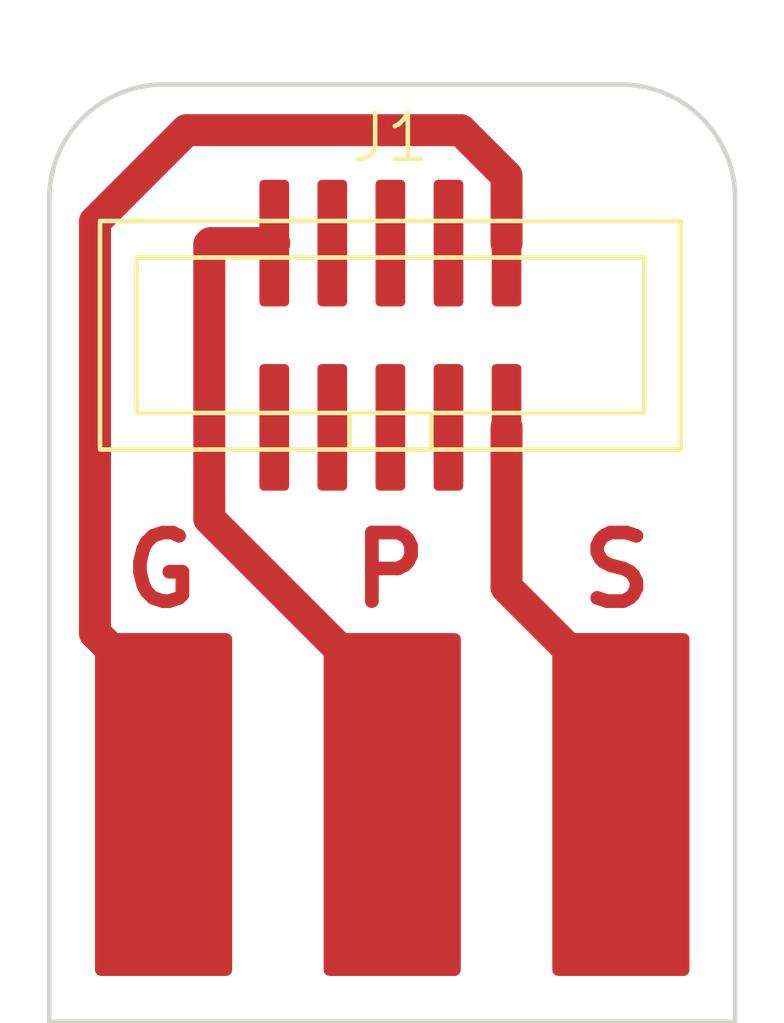
<source format=kicad_pcb>
(kicad_pcb (version 20221018) (generator pcbnew)
  (layers (0 "F.Cu" signal) (31 "B.Cu" signal) (34 "B.Paste" user) (35 "F.Paste" user) (36 "B.SilkS" user "B.Silkscreen") (37 "F.SilkS" user "F.Silkscreen") (38 "B.Mask" user) (39 "F.Mask" user) (44 "Edge.Cuts" user))
  (net 0 "")
  (net 2 "+5V")
  (net 9 "GND")
  (net 10 "/S")
  (footprint "Library:3220-10-0300-00" (layer "F.Cu") (at 142.46 82.985)
    (fp_text reference "J1" (at 0 -4.318 unlocked) (layer "F.SilkS") (effects (font (thickness 0.1))))
    (fp_text value "Conn_02x05_Odd_Even")
    (fp_rect (start -0.889 1.7) (end 0.889 2.5) (stroke (width 0.1)) (fill none) (layer "F.SilkS"))
    (fp_rect (start 5.55 1.7) (end -5.55 -1.7) (stroke (width 0.1)) (fill none) (layer "F.SilkS"))
    (fp_rect (start 6.35 2.5) (end -6.35 -2.5) (stroke (width 0.1)) (fill none) (layer "F.SilkS"))
    (pad "1" smd roundrect (at -2.54 2.015) (size 0.65 2.77) (layers "F.Cu" "F.Paste" "F.Mask") (roundrect_rratio 0.15))
    (pad "2" smd roundrect (at -2.54 -2.015) (size 0.65 2.77) (layers "F.Cu" "F.Paste" "F.Mask") (roundrect_rratio 0.15) (net 2 "+5V"))
    (pad "3" smd roundrect (at -1.27 2.015) (size 0.65 2.77) (layers "F.Cu" "F.Paste" "F.Mask") (roundrect_rratio 0.15))
    (pad "4" smd roundrect (at -1.27 -2.015) (size 0.65 2.77) (layers "F.Cu" "F.Paste" "F.Mask") (roundrect_rratio 0.15))
    (pad "5" smd roundrect (at 0 2.015) (size 0.65 2.77) (layers "F.Cu" "F.Paste" "F.Mask") (roundrect_rratio 0.15))
    (pad "6" smd roundrect (at 0 -2.015) (size 0.65 2.77) (layers "F.Cu" "F.Paste" "F.Mask") (roundrect_rratio 0.15))
    (pad "7" smd roundrect (at 1.27 2.015) (size 0.65 2.77) (layers "F.Cu" "F.Paste" "F.Mask") (roundrect_rratio 0.15))
    (pad "8" smd roundrect (at 1.27 -2.015) (size 0.65 2.77) (layers "F.Cu" "F.Paste" "F.Mask") (roundrect_rratio 0.15))
    (pad "9" smd roundrect (at 2.54 2.015) (size 0.65 2.77) (layers "F.Cu" "F.Paste" "F.Mask") (roundrect_rratio 0.15) (net 10 "/S"))
    (pad "10" smd roundrect (at 2.54 -2.015) (size 0.65 2.77) (layers "F.Cu" "F.Paste" "F.Mask") (roundrect_rratio 0.15) (net 9 "GND"))
  )
  (gr_line (start 135 80) (end 135 98) (stroke (width 0.1)) (layer "Edge.Cuts"))
  (gr_line (start 150 98) (end 150 80) (stroke (width 0.1)) (layer "Edge.Cuts"))
  (gr_line (start 135 98) (end 150 98) (stroke (width 0.1)) (layer "Edge.Cuts"))
  (gr_arc (start 135 80) (mid 135.732233 78.232233) (end 137.5 77.5) (stroke (width 0.1)) (layer "Edge.Cuts"))
  (gr_arc (start 147.5 77.5) (mid 149.267767 78.232233) (end 150 80) (stroke (width 0.1)) (layer "Edge.Cuts"))
  (gr_line (start 147.5 77.5) (end 137.5 77.5) (stroke (width 0.1)) (layer "Edge.Cuts"))
  (gr_text "P" (at 141.5 89) (layer "F.Cu") (effects (font (size 1.5 1.5) (thickness 0.3) bold) (justify left bottom)))
  (gr_text "S" (at 146.5 89) (layer "F.Cu") (effects (font (size 1.5 1.5) (thickness 0.3) bold) (justify left bottom)))
  (gr_text "G" (at 136.5 89) (layer "F.Cu") (effects (font (size 1.5 1.5) (thickness 0.3) bold) (justify left bottom)))
  (segment (start 138.5 81) (end 138.5 87) (width 0.7) (layer "F.Cu") (net 2))
  (segment (start 138.53 80.97) (end 138.5 81) (width 0.7) (layer "F.Cu") (net 2))
  (segment (start 139.92 80.97) (end 138.53 80.97) (width 0.7) (layer "F.Cu") (net 2))
  (segment (start 142.5 91) (end 142.5 92) (width 0.7) (layer "F.Cu") (net 2))
  (segment (start 138.5 87) (end 142.5 91) (width 0.7) (layer "F.Cu") (net 2))
  (segment (start 145 80.97) (end 145 79.5) (width 0.7) (layer "F.Cu") (net 9))
  (segment (start 145 79.5) (end 144 78.5) (width 0.7) (layer "F.Cu") (net 9))
  (segment (start 138 78.5) (end 136 80.5) (width 0.7) (layer "F.Cu") (net 9))
  (segment (start 136 89.5) (end 137.5 91) (width 0.7) (layer "F.Cu") (net 9))
  (segment (start 144 78.5) (end 138 78.5) (width 0.7) (layer "F.Cu") (net 9))
  (segment (start 136 80.5) (end 136 89.5) (width 0.7) (layer "F.Cu") (net 9))
  (segment (start 137.5 91) (end 137.5 92) (width 0.7) (layer "F.Cu") (net 9))
  (segment (start 145 88.5) (end 147.5 91) (width 0.7) (layer "F.Cu") (net 10))
  (segment (start 147.5 91) (end 147.5 92) (width 0.7) (layer "F.Cu") (net 10))
  (segment (start 145 85) (end 145 88.5) (width 0.7) (layer "F.Cu") (net 10))
  (zone (net 2) (net_name "+5V") (layer "F.Cu") (priority 1) (connect_pads (clearance 0.5)) (min_thickness 0.25) (fill yes (thermal_gap 0.5) (thermal_bridge_width 0.5))
    (polygon (pts (xy 141 89.5) (xy 141 97) (xy 144 97) (xy 144 89.5)))
  )
  (zone (net 9) (net_name "GND") (layer "F.Cu") (priority 2) (connect_pads (clearance 0.5)) (min_thickness 0.25) (fill yes (thermal_gap 0.5) (thermal_bridge_width 0.5))
    (polygon (pts (xy 136 89.5) (xy 136 97) (xy 139 97) (xy 139 89.5)))
  )
  (zone (net 10) (net_name "/S") (layer "F.Cu") (connect_pads (clearance 0.5)) (min_thickness 0.25) (fill yes (thermal_gap 0.5) (thermal_bridge_width 0.5))
    (polygon (pts (xy 146 89.5) (xy 146 97) (xy 149 97) (xy 149 89.5)))
  )
)
</source>
